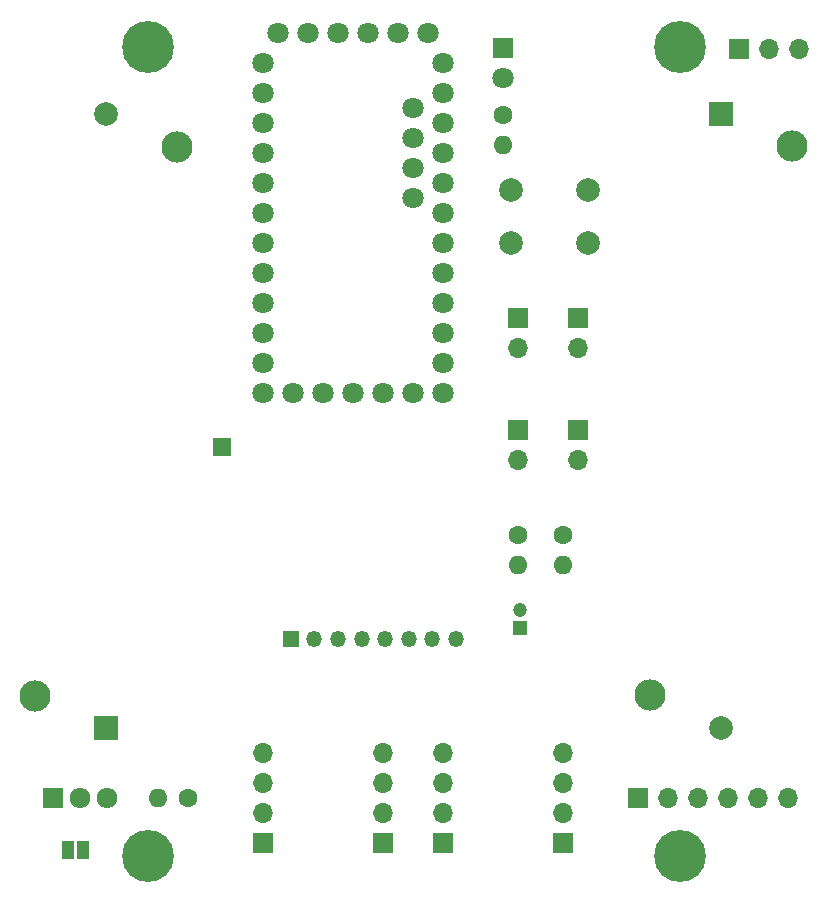
<source format=gbr>
%TF.GenerationSoftware,KiCad,Pcbnew,6.0.11-2627ca5db0~126~ubuntu22.04.1*%
%TF.CreationDate,2023-07-25T17:20:59+02:00*%
%TF.ProjectId,HB-UNI-SEN-BATT_E07-900M10S_FUEL4EP,48422d55-4e49-42d5-9345-4e2d42415454,1.0*%
%TF.SameCoordinates,Original*%
%TF.FileFunction,Soldermask,Bot*%
%TF.FilePolarity,Negative*%
%FSLAX46Y46*%
G04 Gerber Fmt 4.6, Leading zero omitted, Abs format (unit mm)*
G04 Created by KiCad (PCBNEW 6.0.11-2627ca5db0~126~ubuntu22.04.1) date 2023-07-25 17:20:59*
%MOMM*%
%LPD*%
G01*
G04 APERTURE LIST*
G04 Aperture macros list*
%AMRoundRect*
0 Rectangle with rounded corners*
0 $1 Rounding radius*
0 $2 $3 $4 $5 $6 $7 $8 $9 X,Y pos of 4 corners*
0 Add a 4 corners polygon primitive as box body*
4,1,4,$2,$3,$4,$5,$6,$7,$8,$9,$2,$3,0*
0 Add four circle primitives for the rounded corners*
1,1,$1+$1,$2,$3*
1,1,$1+$1,$4,$5*
1,1,$1+$1,$6,$7*
1,1,$1+$1,$8,$9*
0 Add four rect primitives between the rounded corners*
20,1,$1+$1,$2,$3,$4,$5,0*
20,1,$1+$1,$4,$5,$6,$7,0*
20,1,$1+$1,$6,$7,$8,$9,0*
20,1,$1+$1,$8,$9,$2,$3,0*%
G04 Aperture macros list end*
%ADD10R,1.800000X1.800000*%
%ADD11C,1.800000*%
%ADD12R,1.700000X1.700000*%
%ADD13O,1.700000X1.700000*%
%ADD14C,2.640000*%
%ADD15R,2.000000X2.000000*%
%ADD16C,2.000000*%
%ADD17R,1.200000X1.200000*%
%ADD18C,1.200000*%
%ADD19C,1.600000*%
%ADD20O,1.600000X1.600000*%
%ADD21R,1.717500X1.800000*%
%ADD22O,1.717500X1.800000*%
%ADD23R,1.000000X1.500000*%
%ADD24C,0.700000*%
%ADD25C,4.400000*%
%ADD26R,1.350000X1.350000*%
%ADD27O,1.350000X1.350000*%
%ADD28RoundRect,0.250000X-0.550000X-0.550000X0.550000X-0.550000X0.550000X0.550000X-0.550000X0.550000X0*%
G04 APERTURE END LIST*
D10*
%TO.C,D1*%
X45050000Y-3280000D03*
D11*
X45050000Y-5820000D03*
%TD*%
D12*
%TO.C,J1*%
X46320000Y-35665000D03*
D13*
X46320000Y-38205000D03*
%TD*%
D12*
%TO.C,J2*%
X51400000Y-35665000D03*
D13*
X51400000Y-38205000D03*
%TD*%
D12*
%TO.C,J7*%
X34890000Y-70590000D03*
D13*
X34890000Y-68050000D03*
X34890000Y-65510000D03*
X34890000Y-62970000D03*
%TD*%
D14*
%TO.C,BT1*%
X57495000Y-58090000D03*
X69485000Y-11610000D03*
D15*
X63490000Y-8860000D03*
D16*
X63490000Y-60850000D03*
%TD*%
D12*
%TO.C,J3*%
X46320000Y-26140000D03*
D13*
X46320000Y-28680000D03*
%TD*%
D12*
%TO.C,J4*%
X51400000Y-26140000D03*
D13*
X51400000Y-28680000D03*
%TD*%
D12*
%TO.C,J5*%
X56480000Y-66780000D03*
D13*
X59020000Y-66780000D03*
X61560000Y-66780000D03*
X64100000Y-66780000D03*
X66640000Y-66780000D03*
X69180000Y-66780000D03*
%TD*%
D12*
%TO.C,J6*%
X24730000Y-70590000D03*
D13*
X24730000Y-68050000D03*
X24730000Y-65510000D03*
X24730000Y-62970000D03*
%TD*%
D17*
%TO.C,C1*%
X46447000Y-52403600D03*
D18*
X46447000Y-50903600D03*
%TD*%
D19*
%TO.C,R4*%
X50130000Y-44555000D03*
D20*
X50130000Y-47095000D03*
%TD*%
D19*
%TO.C,R5*%
X46320000Y-44555000D03*
D20*
X46320000Y-47095000D03*
%TD*%
D19*
%TO.C,R1*%
X45050000Y-8995000D03*
D20*
X45050000Y-11535000D03*
%TD*%
D19*
%TO.C,R3*%
X18380000Y-66780000D03*
D20*
X15840000Y-66780000D03*
%TD*%
D21*
%TO.C,Q1*%
X6950000Y-66780000D03*
D22*
X9240000Y-66780000D03*
X11530000Y-66780000D03*
%TD*%
D12*
%TO.C,J9*%
X50130000Y-70590000D03*
D13*
X50130000Y-68050000D03*
X50130000Y-65510000D03*
X50130000Y-62970000D03*
%TD*%
D12*
%TO.C,J10*%
X64989000Y-3343500D03*
D13*
X67529000Y-3343500D03*
X70069000Y-3343500D03*
%TD*%
D23*
%TO.C,JP1*%
X9500000Y-71225000D03*
X8200000Y-71225000D03*
%TD*%
D11*
%TO.C,Module2*%
X39970000Y-4550000D03*
X27270000Y-32490000D03*
X24730000Y-4550000D03*
X26000000Y-2010000D03*
X37430000Y-8360000D03*
X39970000Y-7090000D03*
X29810000Y-32490000D03*
X24730000Y-7090000D03*
X28540000Y-2010000D03*
X37430000Y-10900000D03*
X39970000Y-9630000D03*
X32350000Y-32490000D03*
X24730000Y-9630000D03*
X31080000Y-2010000D03*
X37430000Y-13440000D03*
X39970000Y-12170000D03*
X34890000Y-32490000D03*
X24730000Y-12170000D03*
X33620000Y-2010000D03*
X37430000Y-15980000D03*
X39970000Y-14710000D03*
X37430000Y-32490000D03*
X24730000Y-14710000D03*
X36160000Y-2010000D03*
X39970000Y-17250000D03*
X24730000Y-17250000D03*
X38700000Y-2010000D03*
X39970000Y-19790000D03*
X24730000Y-19790000D03*
X39970000Y-22330000D03*
X24730000Y-22330000D03*
X39970000Y-24870000D03*
X24730000Y-24870000D03*
X39970000Y-27410000D03*
X24730000Y-27410000D03*
X39970000Y-29950000D03*
X24730000Y-29950000D03*
X39970000Y-32490000D03*
X24730000Y-32490000D03*
%TD*%
D16*
%TO.C,SW1*%
X52185000Y-15345000D03*
X45685000Y-15345000D03*
X52185000Y-19845000D03*
X45685000Y-19845000D03*
%TD*%
D12*
%TO.C,J8*%
X39970000Y-70590000D03*
D13*
X39970000Y-68050000D03*
X39970000Y-65510000D03*
X39970000Y-62970000D03*
%TD*%
D24*
%TO.C,H2*%
X60000000Y-5050000D03*
X58200000Y-3250000D03*
X61272800Y-1977200D03*
X58727200Y-4522800D03*
X61272800Y-4522800D03*
D25*
X60000000Y-3250000D03*
D24*
X61800000Y-3250000D03*
X58727200Y-1977200D03*
X60000000Y-1450000D03*
%TD*%
%TO.C,H4*%
X61800000Y-71750000D03*
X60000000Y-73550000D03*
X58727200Y-70477200D03*
X58200000Y-71750000D03*
X61272800Y-73022800D03*
X58727200Y-73022800D03*
X60000000Y-69950000D03*
X61272800Y-70477200D03*
D25*
X60000000Y-71750000D03*
%TD*%
D24*
%TO.C,H1*%
X13727200Y-1977200D03*
X13200000Y-3250000D03*
X15000000Y-1450000D03*
X16272800Y-4522800D03*
X16272800Y-1977200D03*
D25*
X15000000Y-3250000D03*
D24*
X16800000Y-3250000D03*
X15000000Y-5050000D03*
X13727200Y-4522800D03*
%TD*%
%TO.C,H3*%
X13727200Y-73022800D03*
X16272800Y-73022800D03*
X13727200Y-70477200D03*
X16272800Y-70477200D03*
X13200000Y-71750000D03*
X16800000Y-71750000D03*
D25*
X15000000Y-71750000D03*
D24*
X15000000Y-69950000D03*
X15000000Y-73550000D03*
%TD*%
D26*
%TO.C,J11*%
X27048000Y-53318000D03*
D27*
X29048000Y-53318000D03*
X31048000Y-53318000D03*
X33048000Y-53318000D03*
X35048000Y-53318000D03*
X37048000Y-53318000D03*
X39048000Y-53318000D03*
X41048000Y-53318000D03*
%TD*%
D14*
%TO.C,BT2*%
X5425000Y-58150000D03*
X17415000Y-11670000D03*
D15*
X11420000Y-60900000D03*
D16*
X11420000Y-8910000D03*
%TD*%
D28*
%TO.C,AE1*%
X21224800Y-37112800D03*
%TD*%
M02*

</source>
